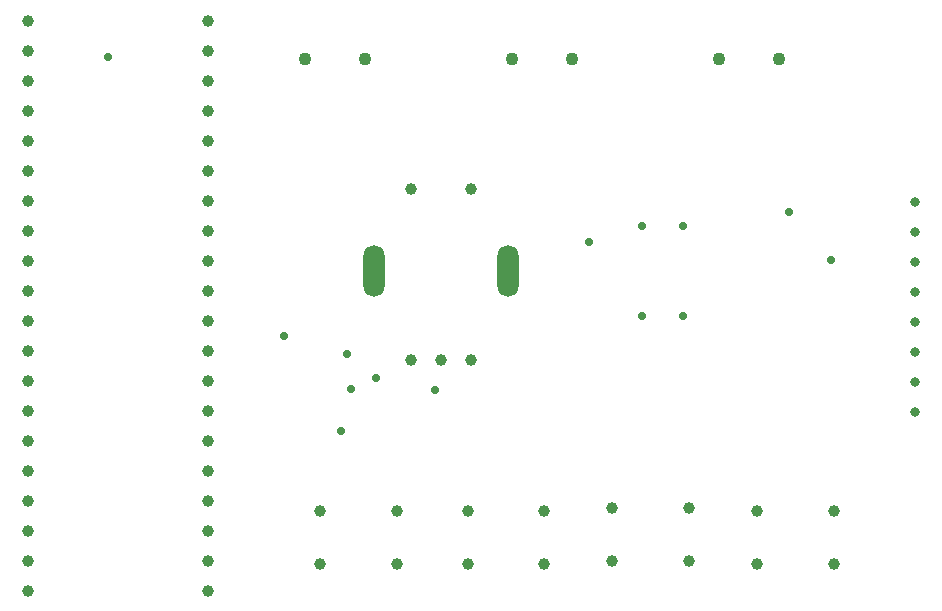
<source format=gbr>
%TF.GenerationSoftware,Altium Limited,Altium Designer,24.7.2 (38)*%
G04 Layer_Color=0*
%FSLAX45Y45*%
%MOMM*%
%TF.SameCoordinates,C0304756-74E1-48AD-9E84-610300F6E2F7*%
%TF.FilePolarity,Positive*%
%TF.FileFunction,Plated,1,2,PTH,Drill*%
%TF.Part,Single*%
G01*
G75*
%TA.AperFunction,ComponentDrill*%
%ADD49C,0.99000*%
%ADD50C,0.70000*%
%ADD51C,1.10000*%
%ADD52C,1.00000*%
%ADD53O,1.80000X4.40000*%
%ADD54C,0.81280*%
%TA.AperFunction,ViaDrill,NotFilled*%
%ADD55C,0.71120*%
D49*
X2025000Y-1675001D02*
D03*
Y-2125002D02*
D03*
X1374999Y-1675001D02*
D03*
Y-2125002D02*
D03*
X-1674998Y-1675001D02*
D03*
Y-2125002D02*
D03*
X-2324999Y-1675001D02*
D03*
Y-2125002D02*
D03*
X799998Y-1650002D02*
D03*
Y-2099999D02*
D03*
X149997Y-1650002D02*
D03*
Y-2099999D02*
D03*
X-425003Y-1675001D02*
D03*
Y-2125002D02*
D03*
X-1074999Y-1675001D02*
D03*
Y-2125002D02*
D03*
D50*
X750001Y-31301D02*
D03*
Y731299D02*
D03*
X399999Y-31301D02*
D03*
Y731299D02*
D03*
D51*
X-2454001Y2150001D02*
D03*
X-1946001D02*
D03*
X-699999D02*
D03*
X-191999D02*
D03*
X1050000D02*
D03*
X1558000D02*
D03*
D52*
X-1549999Y1049998D02*
D03*
X-1050000D02*
D03*
X-1549999Y-400002D02*
D03*
X-1050000D02*
D03*
X-1299997D02*
D03*
X-3269899Y2220399D02*
D03*
X-4793899Y-2097601D02*
D03*
Y2474399D02*
D03*
Y2220399D02*
D03*
Y1966399D02*
D03*
Y1712399D02*
D03*
Y1458399D02*
D03*
Y1204399D02*
D03*
Y950399D02*
D03*
Y696399D02*
D03*
Y442399D02*
D03*
Y188399D02*
D03*
Y-65601D02*
D03*
Y-319601D02*
D03*
Y-573601D02*
D03*
Y-827601D02*
D03*
Y-1081601D02*
D03*
Y-1335601D02*
D03*
Y-1589601D02*
D03*
Y-1843601D02*
D03*
Y-2351601D02*
D03*
X-3269899D02*
D03*
Y-2097601D02*
D03*
Y-1843601D02*
D03*
Y-1589601D02*
D03*
Y-1335601D02*
D03*
Y-1081601D02*
D03*
Y-827601D02*
D03*
Y-573601D02*
D03*
Y-319601D02*
D03*
Y-65601D02*
D03*
Y188399D02*
D03*
Y442399D02*
D03*
Y696399D02*
D03*
Y950399D02*
D03*
Y1204399D02*
D03*
Y1458399D02*
D03*
Y1712399D02*
D03*
Y1966399D02*
D03*
Y2474399D02*
D03*
D53*
X-1869999Y349999D02*
D03*
X-730001D02*
D03*
D54*
X2716002Y-839503D02*
D03*
Y-77503D02*
D03*
Y-331503D02*
D03*
Y-585503D02*
D03*
Y176497D02*
D03*
Y430497D02*
D03*
Y938497D02*
D03*
Y684497D02*
D03*
D55*
X-2100000Y-350000D02*
D03*
X-2150000Y-1000000D02*
D03*
X-1850000Y-550000D02*
D03*
X-1350000Y-650000D02*
D03*
X-50000Y600000D02*
D03*
X1650000Y850000D02*
D03*
X2000000Y450000D02*
D03*
X-4123380Y2166160D02*
D03*
X-2627320Y-193500D02*
D03*
X-2058360Y-647500D02*
D03*
%TF.MD5,c40fecb0be1e4af68a4ff6c3222b12f2*%
M02*

</source>
